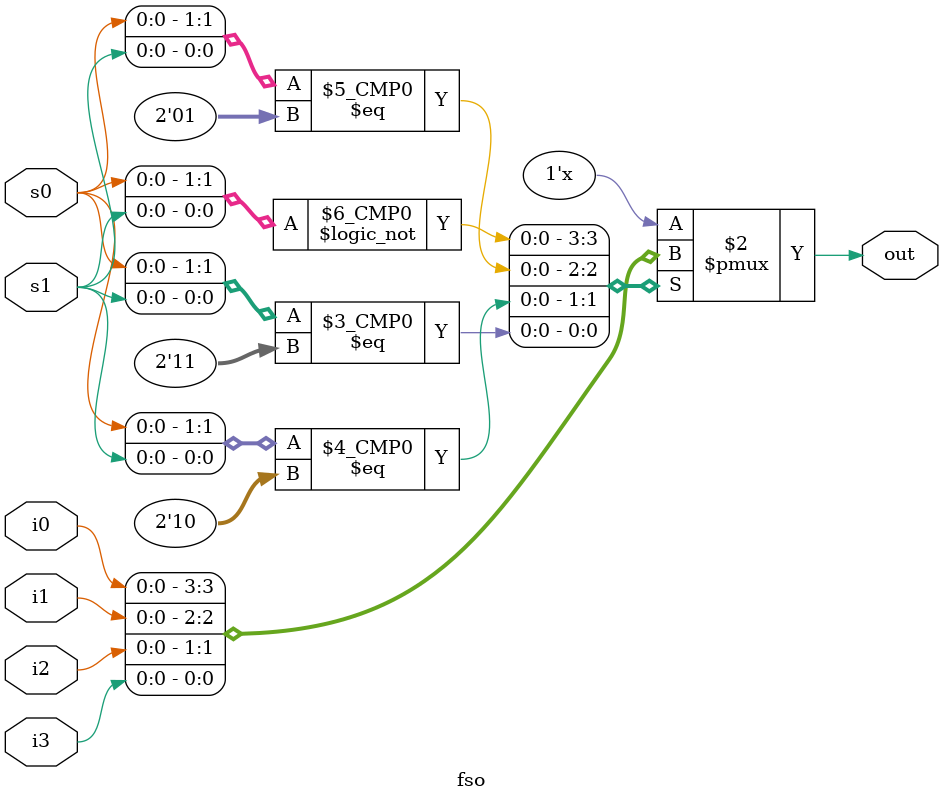
<source format=v>
module fso(out, i0,i1,i2,i3,s0,s1);
output reg out;
input i0,i1,i2,i3,s0,s1;

always @(*)
begin
	case ({s0,s1})
		2'b00: out<=i0;
		2'b01: out<=i1;
		2'b10: out<=i2;
		2'b11: out<=i3;
	endcase
end 
//case 对每一位精确匹配 casex casez 会忽略x,z的匹配
endmodule

</source>
